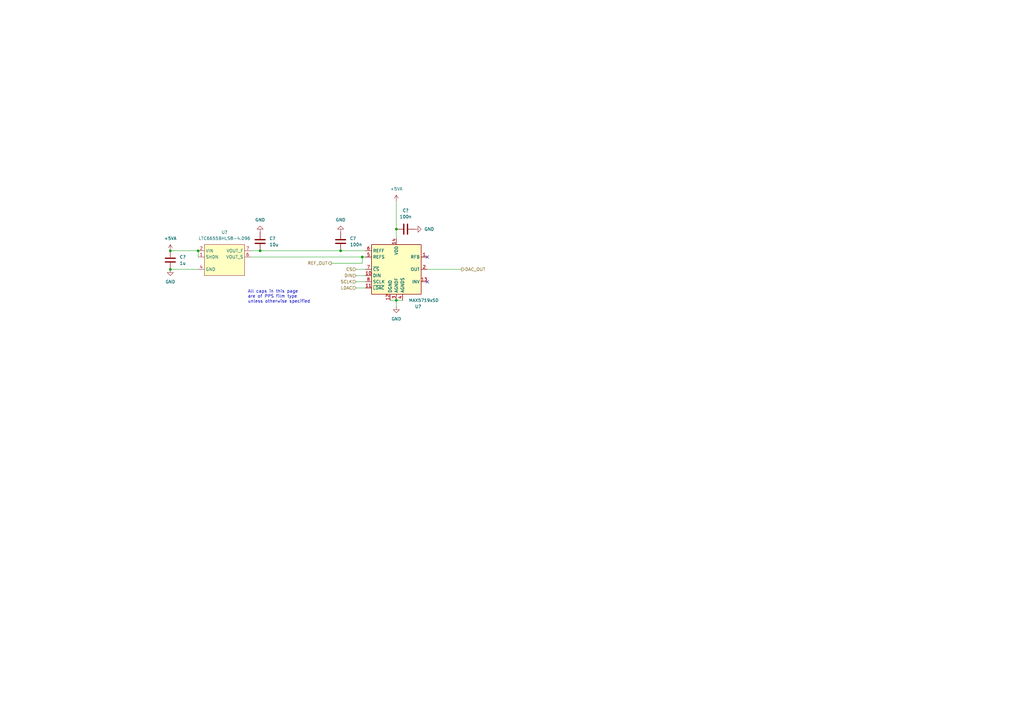
<source format=kicad_sch>
(kicad_sch (version 20211123) (generator eeschema)
  (paper "A3")
  (lib_symbols
    (symbol "Analog_DAC:MAX5719xSD"
      (property "Reference" "U" (at -10.16 11.43 0))
      (property "Value" "MAX5719xSD" (at 1.27 11.43 0))
      (symbol "MAX5719xSD_0_1"
        (rectangle (start -10.16 10.16) (end 10.16 -10.16) (stroke (width 0.254)) (fill (type background)))
      )
      (symbol "MAX5719xSD_1_1"
        (pin passive line (at 12.7 5.08 180) (length 2.54) (name "RFB") (number "1"))
        (pin input line (at -12.7 -2.54 0) (length 2.54) (name "DIN") (number "10"))
        (pin input line (at -12.7 -7.62 0) (length 2.54) (name "~{LDAC}") (number "11"))
        (pin power_in line (at -2.54 -12.7 90) (length 2.54) (name "DGND") (number "12"))
        (pin passive line (at 12.7 -5.08 180) (length 2.54) (name "INV") (number "13"))
        (pin power_in line (at 0 12.7 270) (length 2.54) (name "VDD") (number "14"))
        (pin output line (at 12.7 0 180) (length 2.54) (name "OUT") (number "2"))
        (pin power_in line (at 0 -12.7 90) (length 2.54) (name "AGNDF") (number "3"))
        (pin power_in line (at 2.54 -12.7 90) (length 2.54) (name "AGNDS") (number "4"))
        (pin input line (at -12.7 5.08 0) (length 2.54) (name "REFS") (number "5"))
        (pin input line (at -12.7 7.62 0) (length 2.54) (name "REFF") (number "6"))
        (pin input line (at -12.7 0 0) (length 2.54) (name "~{CS}") (number "7"))
        (pin input line (at -12.7 -5.08 0) (length 2.54) (name "SCLK") (number "8"))
        (pin no_connect line (at 10.16 -7.62 180) (length 2.54) hide (name "NC") (number "9"))
      )
    )
    (symbol "Device:C" (pin_numbers hide) (pin_names (offset 0.254))
      (property "Reference" "C" (at 0.635 2.54 0))
      (property "Value" "C" (at 0.635 -2.54 0))
      (symbol "C_0_1"
        (polyline (pts (xy -2.032 -0.762) (xy 2.032 -0.762)) (stroke (width 0.508)))
        (polyline (pts (xy -2.032 0.762) (xy 2.032 0.762)) (stroke (width 0.508)))
      )
      (symbol "C_1_1"
        (pin passive line (at 0 3.81 270) (length 2.794) (name "~") (number "1"))
        (pin passive line (at 0 -3.81 90) (length 2.794) (name "~") (number "2"))
      )
    )
    (symbol "kirdy:LTC6655"
      (property "Reference" "U" (at 0 -10.16 0))
      (property "Value" "LTC6655" (at 0 -7.62 0))
      (symbol "LTC6655_0_0"
        (pin input line (at -10.16 2.54 0) (length 2.54) (name "SHDN") (number "1"))
        (pin power_in line (at -10.16 5.08 0) (length 2.54) (name "VIN") (number "2"))
        (pin power_in line (at -10.16 -2.54 0) (length 2.54) hide (name "GND") (number "3"))
        (pin power_in line (at -10.16 -2.54 0) (length 2.54) (name "GND") (number "4"))
        (pin power_in line (at -10.16 -2.54 0) (length 2.54) hide (name "GND") (number "5"))
        (pin input line (at 11.43 2.54 180) (length 2.54) (name "VOUT_S") (number "6"))
        (pin output line (at 11.43 5.08 180) (length 2.54) (name "VOUT_F") (number "7"))
        (pin power_in line (at -10.16 -2.54 0) (length 2.54) hide (name "GND") (number "8"))
      )
      (symbol "LTC6655_0_1"
        (rectangle (start -7.62 7.62) (end 8.89 -5.08) (fill (type background)))
      )
    )
    (symbol "power:+5VA" (power) (pin_names (offset 0))
      (property "Value" "+5VA" (at 0 3.556 0))
      (symbol "+5VA_0_1"
        (polyline (pts (xy -0.762 1.27) (xy 0 2.54)))
        (polyline (pts (xy 0 0) (xy 0 2.54)))
        (polyline (pts (xy 0 2.54) (xy 0.762 1.27)))
      )
      (symbol "+5VA_1_1"
        (pin power_in line (at 0 0 90) (length 0) hide (name "+5VA") (number "1"))
      )
    )
    (symbol "power:GND" (power) (pin_names (offset 0))
      (property "Value" "GND" (at 0 -3.81 0))
      (symbol "GND_0_1"
        (polyline (pts (xy 0 0) (xy 0 -1.27) (xy 1.27 -1.27) (xy 0 -2.54) (xy -1.27 -1.27) (xy 0 -1.27)))
      )
      (symbol "GND_1_1"
        (pin power_in line (at 0 0 270) (length 0) hide (name "GND") (number "1"))
      )
    )
  )
  (junction (at 139.7 102.87))
  (junction (at 81.28 102.87))
  (junction (at 148.59 105.41))
  (junction (at 69.85 102.87))
  (junction (at 106.68 102.87))
  (junction (at 162.56 123.19))
  (junction (at 162.56 93.98))
  (junction (at 69.85 110.49))
  (no_connect (at 175.26 115.57))
  (no_connect (at 175.26 105.41))
  (wire (pts (xy 146.05 113.03) (xy 149.86 113.03)))
  (wire (pts (xy 81.28 102.87) (xy 81.28 105.41)))
  (wire (pts (xy 146.05 118.11) (xy 149.86 118.11)))
  (wire (pts (xy 106.68 102.87) (xy 139.7 102.87)))
  (wire (pts (xy 69.85 110.49) (xy 81.28 110.49)))
  (wire (pts (xy 175.26 110.49) (xy 189.23 110.49)))
  (wire (pts (xy 139.7 102.87) (xy 149.86 102.87)))
  (wire (pts (xy 146.05 110.49) (xy 149.86 110.49)))
  (wire (pts (xy 160.02 123.19) (xy 162.56 123.19)))
  (wire (pts (xy 148.59 105.41) (xy 149.86 105.41)))
  (wire (pts (xy 162.56 93.98) (xy 162.56 97.79)))
  (wire (pts (xy 102.87 102.87) (xy 106.68 102.87)))
  (wire (pts (xy 162.56 82.55) (xy 162.56 93.98)))
  (wire (pts (xy 162.56 123.19) (xy 162.56 125.73)))
  (wire (pts (xy 135.89 107.95) (xy 148.59 107.95)))
  (wire (pts (xy 148.59 107.95) (xy 148.59 105.41)))
  (wire (pts (xy 102.87 105.41) (xy 148.59 105.41)))
  (wire (pts (xy 162.56 123.19) (xy 165.1 123.19)))
  (wire (pts (xy 69.85 102.87) (xy 81.28 102.87)))
  (wire (pts (xy 146.05 115.57) (xy 149.86 115.57)))
  (text "All caps in this page \nare of PPS film type\nunless otherwise specified" (at 101.6 124.46 0) (effects (font (size 1.27 1.27)) (justify left bottom)))
  (hierarchical_label "REF_OUT" (shape output) (at 135.89 107.95 180))
  (hierarchical_label "CS" (shape input) (at 146.05 110.49 180))
  (hierarchical_label "SCLK" (shape input) (at 146.05 115.57 180))
  (hierarchical_label "DIN" (shape input) (at 146.05 113.03 180))
  (hierarchical_label "DAC_OUT" (shape output) (at 189.23 110.49 0))
  (hierarchical_label "LDAC" (shape input) (at 146.05 118.11 180))
  (symbol (lib_id "power:+5VA") (at 162.56 82.55 0) (unit 1)
    (property "Reference" "#PWR?" (effects hide))
    (property "Value" "+5VA" (at 162.56 77.47 0))
  )
  (symbol (lib_id "power:GND") (at 106.68 95.25 180) (unit 1)
    (property "Reference" "#PWR?" (effects hide))
    (property "Value" "GND" (at 106.68 90.17 0))
  )
  (symbol (lib_id "Analog_DAC:MAX5719xSD") (at 162.56 110.49 0) (unit 1)
    (property "Reference" "U?" (at 170.18 125.73 0) (effects (justify left)))
    (property "Value" "MAX5719xSD" (at 167.64 123.19 0) (effects (justify left)))
    (property "Footprint" "Package_SO:SOIC-14_3.9x8.7mm_P1.27mm" (effects hide))
    (property "Datasheet" "https://datasheets.maximintegrated.com/en/ds/MAX5717-MAX5719.pdf" (effects hide))
  )
  (symbol (lib_id "power:+5VA") (at 69.85 102.87 0) (unit 1)
    (property "Reference" "#PWR?" (effects hide))
    (property "Value" "+5VA" (at 69.85 97.79 0))
  )
  (symbol (lib_id "Device:C") (at 166.37 93.98 90) (unit 1)
    (property "Reference" "C?" (at 166.37 86.36 90))
    (property "Value" "100n" (at 166.37 88.9 90))
  )
  (symbol (lib_id "Device:C") (at 106.68 99.06 0) (unit 1)
    (property "Reference" "C?" (at 110.49 97.7899 0) (effects (justify left)))
    (property "Value" "10u" (at 110.49 100.3299 0) (effects (justify left)))
  )
  (symbol (lib_id "power:GND") (at 162.56 125.73 0) (unit 1)
    (property "Reference" "#PWR?" (effects hide))
    (property "Value" "GND" (at 162.56 130.81 0))
  )
  (symbol (lib_id "power:GND") (at 139.7 95.25 180) (unit 1)
    (property "Reference" "#PWR?" (effects hide))
    (property "Value" "GND" (at 139.7 90.17 0))
  )
  (symbol (lib_id "Device:C") (at 139.7 99.06 0) (unit 1)
    (property "Reference" "C?" (at 143.51 97.7899 0) (effects (justify left)))
    (property "Value" "100n" (at 143.51 100.3299 0) (effects (justify left)))
  )
  (symbol (lib_id "Device:C") (at 69.85 106.68 0) (unit 1)
    (property "Reference" "C?" (at 73.66 105.4099 0) (effects (justify left)))
    (property "Value" "1u" (at 73.66 107.9499 0) (effects (justify left)))
  )
  (symbol (lib_id "power:GND") (at 170.18 93.98 90) (unit 1)
    (property "Reference" "#PWR?" (effects hide))
    (property "Value" "GND" (at 173.99 93.9799 90) (effects (justify right)))
  )
  (symbol (lib_id "power:GND") (at 69.85 110.49 0) (unit 1)
    (property "Reference" "#PWR?" (effects hide))
    (property "Value" "GND" (at 69.85 115.57 0))
  )
  (symbol (lib_id "kirdy:LTC6655") (at 91.44 107.95 0) (unit 1)
    (property "Reference" "U?" (at 92.075 95.25 0))
    (property "Value" "LTC6655BHLS8-4.096" (at 92.075 97.79 0))
    (property "Footprint" "kirdy:LCC127P500X500X155-8N" (effects hide))
    (property "Datasheet" "https://www.analog.com/media/en/technical-documentation/data-sheets/ltc6655-6655ln.pdf" (effects hide))
  )
)
</source>
